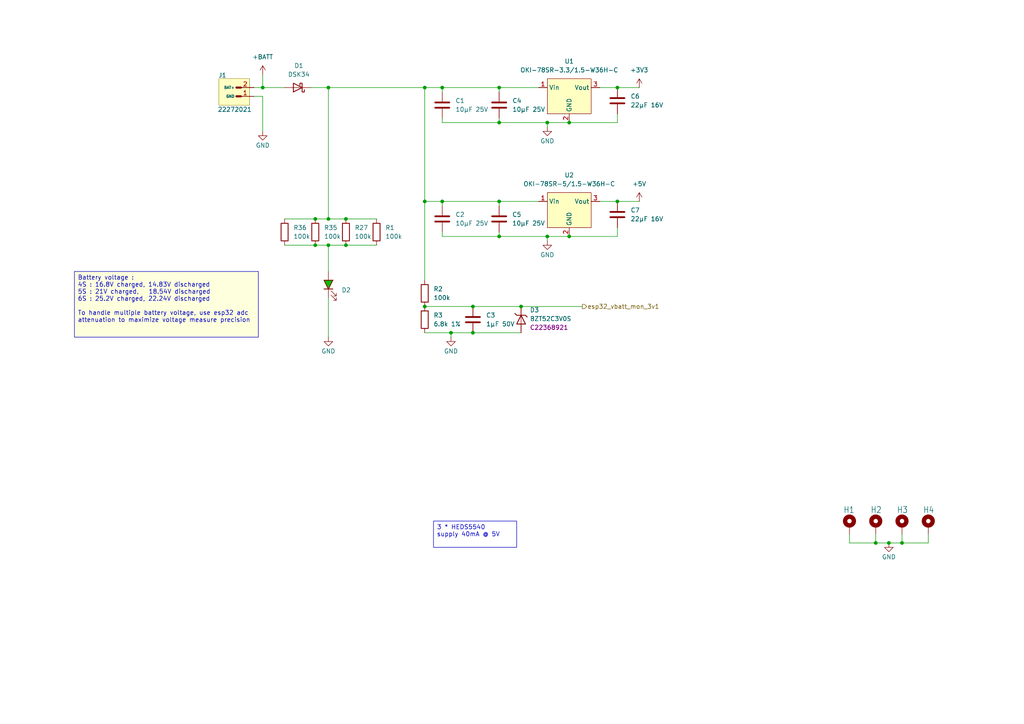
<source format=kicad_sch>
(kicad_sch (version 20231120) (generator "eeschema") (generator_version "8.0")
  (paper "A4")
  (lib_symbols
    (symbol "cocotter_capacitors:C_10µF_25V_0805_X5R" (pin_numbers hide) (pin_names (offset 0.254))
      (property "Reference" "C" (at 0.635 2.54 0))
      (property "Value" "10µF 25V" (at 0.635 -2.54 0))
      (symbol "C_10µF_25V_0805_X5R_0_1"
        (polyline (pts (xy -2.032 -0.762) (xy 2.032 -0.762)) (stroke (width 0.508)))
        (polyline (pts (xy -2.032 0.762) (xy 2.032 0.762)) (stroke (width 0.508)))
      )
      (symbol "C_10µF_25V_0805_X5R_1_1"
        (pin passive line (at 0 3.81 270) (length 2.794) (name "~") (number "1"))
        (pin passive line (at 0 -3.81 90) (length 2.794) (name "~") (number "2"))
      )
    )
    (symbol "cocotter_capacitors:C_1µF_50V_0805" (pin_numbers hide) (pin_names (offset 0.254))
      (property "Reference" "C" (at 0.635 2.54 0))
      (property "Value" "1µF 50V" (at 0.635 -2.54 0))
      (symbol "C_1µF_50V_0805_0_1"
        (polyline (pts (xy -2.032 -0.762) (xy 2.032 -0.762)) (stroke (width 0.508)))
        (polyline (pts (xy -2.032 0.762) (xy 2.032 0.762)) (stroke (width 0.508)))
      )
      (symbol "C_1µF_50V_0805_1_1"
        (pin passive line (at 0 3.81 270) (length 2.794) (name "~") (number "1"))
        (pin passive line (at 0 -3.81 90) (length 2.794) (name "~") (number "2"))
      )
    )
    (symbol "cocotter_capacitors:C_22µF_16V_1206_X5R" (pin_numbers hide) (pin_names (offset 0.254))
      (property "Reference" "C" (at 0.635 2.54 0))
      (property "Value" "22µF 16V" (at 0.635 -2.54 0))
      (symbol "C_22µF_16V_1206_X5R_0_1"
        (polyline (pts (xy -2.032 -0.762) (xy 2.032 -0.762)) (stroke (width 0.508)))
        (polyline (pts (xy -2.032 0.762) (xy 2.032 0.762)) (stroke (width 0.508)))
      )
      (symbol "C_22µF_16V_1206_X5R_1_1"
        (pin passive line (at 0 3.81 270) (length 2.794) (name "~") (number "1"))
        (pin passive line (at 0 -3.81 90) (length 2.794) (name "~") (number "2"))
      )
    )
    (symbol "cocotter_connectors:unioc_pw_in"
      (property "Reference" "J" (at -9.144 3.556 0))
      (property "Value" "22272021" (at -5.588 -6.35 0))
      (symbol "unioc_pw_in_1_0"
        (polyline (pts (xy -5.08 -2.54) (xy -3.81 -2.54)) (stroke (width 0.6096)))
        (polyline (pts (xy -5.08 0) (xy -3.81 0)) (stroke (width 0.6096)))
      )
      (symbol "unioc_pw_in_1_1"
        (rectangle (start -10.16 2.54) (end -1.27 -5.08) (stroke (width 0) (color 149 135 39 1)) (fill (type background)))
        (pin passive line (at 0 -2.54 180) (length 5.08) (name "GND") (number "1"))
        (pin power_out line (at 0 0 180) (length 5.08) (name "BAT+") (number "2"))
      )
    )
    (symbol "cocotter_diodes:BZT52C3V0S" (pin_numbers hide) (pin_names (offset 1.016) hide)
      (property "Reference" "D" (at 0 2.54 0))
      (property "Value" "BZT52C3V0S" (at 0 -2.54 0))
      (property "JLCPCB Part #" "C22368921" (at 0 0 0))
      (symbol "BZT52C3V0S_0_1"
        (polyline (pts (xy 1.27 0) (xy -1.27 0)))
        (polyline (pts (xy 1.27 1.27) (xy 1.27 -1.27) (xy -1.27 0) (xy 1.27 1.27)) (stroke (width 0.254)))
        (polyline (pts (xy -1.27 1.27) (xy -0.762 1.778) (xy -1.27 1.27) (xy -1.27 -1.27) (xy -1.778 -1.778)) (stroke (width 0.254)))
      )
      (symbol "BZT52C3V0S_1_1"
        (pin passive line (at -3.81 0 0) (length 2.54) (name "K") (number "1"))
        (pin passive line (at 3.81 0 180) (length 2.54) (name "A") (number "2"))
      )
    )
    (symbol "cocotter_diodes:DSK34" (pin_numbers hide) (pin_names (offset 1.016) hide)
      (property "Reference" "D" (at 0 2.54 0))
      (property "Value" "DSK34" (at 0 -2.54 0))
      (symbol "DSK34_0_1"
        (polyline (pts (xy 1.27 0) (xy -1.27 0)))
        (polyline (pts (xy 1.27 1.27) (xy 1.27 -1.27) (xy -1.27 0) (xy 1.27 1.27)) (stroke (width 0.254)))
        (polyline (pts (xy -1.905 0.635) (xy -1.905 1.27) (xy -1.27 1.27) (xy -1.27 -1.27) (xy -0.635 -1.27) (xy -0.635 -0.635)) (stroke (width 0.254)))
      )
      (symbol "DSK34_1_1"
        (pin passive line (at -3.81 0 0) (length 2.54) (name "K") (number "1"))
        (pin passive line (at 3.81 0 180) (length 2.54) (name "A") (number "2"))
      )
    )
    (symbol "cocotter_diodes:green_led_0603" (pin_numbers hide) (pin_names (offset 1.016) hide)
      (property "Reference" "D" (at 0 2.54 0))
      (symbol "green_led_0603_0_1"
        (polyline (pts (xy -1.27 -1.27) (xy -1.27 1.27)) (stroke (width 0.254)))
        (polyline (pts (xy -3.048 -0.762) (xy -4.572 -2.286) (xy -3.81 -2.286) (xy -4.572 -2.286) (xy -4.572 -1.524)))
        (polyline (pts (xy -1.778 -0.762) (xy -3.302 -2.286) (xy -2.54 -2.286) (xy -3.302 -2.286) (xy -3.302 -1.524)))
      )
      (symbol "green_led_0603_1_1"
        (polyline (pts (xy 1.27 -1.27) (xy 1.27 1.27) (xy -1.27 0) (xy 1.27 -1.27)) (stroke (width 0.254)) (fill (type color) (color 0 194 0 1)))
        (pin passive line (at 3.81 0 180) (length 2.54) (name "A") (number "A"))
        (pin passive line (at -3.81 0 0) (length 2.54) (name "C") (number "C"))
      )
    )
    (symbol "cocotter_ic:OKI-78SR-3.3/1.5-W36H-C "
      (property "Reference" "U" (at 2.54 3.556 0))
      (property "Value" "OKI-78SR-3.3/1.5-W36H-C " (at 15.24 -8.89 0))
      (symbol "OKI-78SR-3.3/1.5-W36H-C _1_1"
        (rectangle (start -6.35 2.54) (end 6.35 -7.62) (fill (type background)))
        (pin power_in line (at -8.89 0 0) (length 2.54) (name "Vin") (number "1"))
        (pin passive line (at 0 -10.16 90) (length 2.54) (name "GND") (number "2"))
        (pin power_out line (at 8.89 0 180) (length 2.54) (name "Vout") (number "3"))
      )
    )
    (symbol "cocotter_ic:OKI-78SR-5/1.5-W36H-C "
      (property "Reference" "U" (at 2.54 3.556 0))
      (property "Value" "OKI-78SR-5/1.5-W36H-C " (at 14.224 -8.636 0))
      (symbol "OKI-78SR-5/1.5-W36H-C _1_1"
        (rectangle (start -6.35 2.54) (end 6.35 -7.62) (fill (type background)))
        (pin power_in line (at -8.89 0 0) (length 2.54) (name "Vin") (number "1"))
        (pin passive line (at 0 -10.16 90) (length 2.54) (name "GND") (number "2"))
        (pin power_out line (at 8.89 0 180) (length 2.54) (name "Vout") (number "3"))
      )
    )
    (symbol "cocotter_others:MountingHole_Pad_M3" (pin_numbers hide) (pin_names (offset 1.016) hide) (exclude_from_sim yes) (in_bom no)
      (property "Reference" "H" (at 0 6.35 0))
      (property "Value" "MountingHole_Pad_M3" (at 0 4.445 0))
      (symbol "MountingHole_Pad_M3_0_1"
        (circle (center 0 1.27) (radius 1.27) (stroke (width 1.27)))
      )
      (symbol "MountingHole_Pad_M3_1_1"
        (pin input line (at 0 -2.54 90) (length 2.54) (name "1") (number "1"))
      )
    )
    (symbol "cocotter_resistors:R_100k_0603_1%" (pin_numbers hide) (pin_names (offset 0))
      (property "Reference" "R" (at 1.27 1.27 0))
      (property "Value" "100k" (at 3.81 -1.27 0))
      (symbol "R_100k_0603_1%_0_1"
        (rectangle (start -1.016 -2.54) (end 1.016 2.54) (stroke (width 0.254)))
      )
      (symbol "R_100k_0603_1%_1_1"
        (pin passive line (at 0 3.81 270) (length 1.27) (name "~") (number "1"))
        (pin passive line (at 0 -3.81 90) (length 1.27) (name "~") (number "2"))
      )
    )
    (symbol "cocotter_resistors:R_6k8_0603_1%" (pin_numbers hide) (pin_names (offset 0))
      (property "Reference" "R" (at 1.27 1.27 0))
      (property "Value" "6.8k 1%" (at 3.81 -1.27 0))
      (symbol "R_6k8_0603_1%_0_1"
        (rectangle (start -1.016 -2.54) (end 1.016 2.54) (stroke (width 0.254)))
      )
      (symbol "R_6k8_0603_1%_1_1"
        (pin passive line (at 0 3.81 270) (length 1.27) (name "~") (number "1"))
        (pin passive line (at 0 -3.81 90) (length 1.27) (name "~") (number "2"))
      )
    )
    (symbol "pmi_2023_specific:+3V3_m" (power) (pin_numbers hide) (pin_names (offset 0) hide)
      (property "Value" "+3V3_m" (at 0 3.556 0))
      (symbol "+3V3_m_0_1"
        (polyline (pts (xy -0.762 1.27) (xy 0 2.54)))
        (polyline (pts (xy 0 0) (xy 0 2.54)))
        (polyline (pts (xy 0 2.54) (xy 0.762 1.27)))
      )
      (symbol "+3V3_m_1_1"
        (pin power_in line (at 0 0 90) (length 0) (name "~") (number "1"))
      )
    )
    (symbol "power:+5V" (power) (pin_numbers hide) (pin_names (offset 0) hide)
      (property "Value" "+5V" (at 0 3.556 0))
      (symbol "+5V_0_1"
        (polyline (pts (xy -0.762 1.27) (xy 0 2.54)))
        (polyline (pts (xy 0 0) (xy 0 2.54)))
        (polyline (pts (xy 0 2.54) (xy 0.762 1.27)))
      )
      (symbol "+5V_1_1"
        (pin power_in line (at 0 0 90) (length 0) (name "~") (number "1"))
      )
    )
    (symbol "power:+BATT" (power) (pin_numbers hide) (pin_names (offset 0) hide)
      (property "Value" "+BATT" (at 0 3.556 0))
      (symbol "+BATT_0_1"
        (polyline (pts (xy -0.762 1.27) (xy 0 2.54)))
        (polyline (pts (xy 0 0) (xy 0 2.54)))
        (polyline (pts (xy 0 2.54) (xy 0.762 1.27)))
      )
      (symbol "+BATT_1_1"
        (pin power_in line (at 0 0 90) (length 0) (name "~") (number "1"))
      )
    )
    (symbol "power:GND" (power) (pin_numbers hide) (pin_names (offset 0) hide)
      (property "Value" "GND" (at 0 -3.81 0))
      (symbol "GND_0_1"
        (polyline (pts (xy 0 0) (xy 0 -1.27) (xy 1.27 -1.27) (xy 0 -2.54) (xy -1.27 -1.27) (xy 0 -1.27)))
      )
      (symbol "GND_1_1"
        (pin power_in line (at 0 0 270) (length 0) (name "~") (number "1"))
      )
    )
  )
  (junction (at 165.1 68.58))
  (junction (at 123.19 88.9))
  (junction (at 91.44 63.5))
  (junction (at 144.78 25.4))
  (junction (at 95.25 71.12))
  (junction (at 95.25 63.5))
  (junction (at 137.16 88.9))
  (junction (at 100.33 63.5))
  (junction (at 254 157.48))
  (junction (at 128.27 58.42))
  (junction (at 137.16 96.52))
  (junction (at 144.78 58.42))
  (junction (at 144.78 68.58))
  (junction (at 144.78 35.56))
  (junction (at 95.25 25.4))
  (junction (at 123.19 58.42))
  (junction (at 158.75 68.58))
  (junction (at 123.19 25.4))
  (junction (at 158.75 35.56))
  (junction (at 257.81 157.48))
  (junction (at 179.07 58.42))
  (junction (at 261.62 157.48))
  (junction (at 165.1 35.56))
  (junction (at 128.27 25.4))
  (junction (at 130.81 96.52))
  (junction (at 179.07 25.4))
  (junction (at 151.13 88.9))
  (junction (at 91.44 71.12))
  (junction (at 76.2 25.4))
  (junction (at 100.33 71.12))
  (wire (pts (xy 123.19 81.28) (xy 123.19 58.42)))
  (wire (pts (xy 185.42 25.4) (xy 179.07 25.4)))
  (wire (pts (xy 95.25 71.12) (xy 100.33 71.12)))
  (wire (pts (xy 73.66 27.94) (xy 76.2 27.94)))
  (wire (pts (xy 95.25 71.12) (xy 95.25 78.74)))
  (wire (pts (xy 95.25 63.5) (xy 100.33 63.5)))
  (wire (pts (xy 261.62 157.48) (xy 261.62 154.94)) (stroke (width 0.1524)))
  (wire (pts (xy 130.81 96.52) (xy 137.16 96.52)))
  (wire (pts (xy 144.78 68.58) (xy 128.27 68.58)))
  (wire (pts (xy 137.16 88.9) (xy 151.13 88.9)))
  (wire (pts (xy 185.42 58.42) (xy 179.07 58.42)))
  (wire (pts (xy 144.78 25.4) (xy 156.21 25.4)))
  (wire (pts (xy 95.25 86.36) (xy 95.25 97.79)))
  (wire (pts (xy 95.25 25.4) (xy 95.25 63.5)))
  (wire (pts (xy 179.07 35.56) (xy 179.07 33.02)))
  (wire (pts (xy 128.27 59.69) (xy 128.27 58.42)))
  (wire (pts (xy 144.78 58.42) (xy 144.78 59.69)))
  (wire (pts (xy 269.24 157.48) (xy 269.24 154.94)) (stroke (width 0.1524)))
  (wire (pts (xy 179.07 68.58) (xy 179.07 66.04)))
  (wire (pts (xy 254 154.94) (xy 254 157.48)) (stroke (width 0.1524)))
  (wire (pts (xy 123.19 96.52) (xy 130.81 96.52)))
  (wire (pts (xy 82.55 63.5) (xy 91.44 63.5)))
  (wire (pts (xy 165.1 68.58) (xy 179.07 68.58)))
  (wire (pts (xy 156.21 58.42) (xy 144.78 58.42)))
  (wire (pts (xy 158.75 69.85) (xy 158.75 68.58)))
  (wire (pts (xy 76.2 27.94) (xy 76.2 38.1)))
  (wire (pts (xy 95.25 25.4) (xy 123.19 25.4)))
  (wire (pts (xy 261.62 157.48) (xy 269.24 157.48)) (stroke (width 0.1524)))
  (wire (pts (xy 73.66 25.4) (xy 76.2 25.4)))
  (wire (pts (xy 254 157.48) (xy 257.81 157.48)) (stroke (width 0.1524)))
  (wire (pts (xy 137.16 96.52) (xy 151.13 96.52)))
  (wire (pts (xy 246.38 154.94) (xy 246.38 157.48)) (stroke (width 0.1524)))
  (wire (pts (xy 123.19 25.4) (xy 128.27 25.4)))
  (wire (pts (xy 165.1 35.56) (xy 179.07 35.56)))
  (wire (pts (xy 128.27 25.4) (xy 144.78 25.4)))
  (wire (pts (xy 151.13 88.9) (xy 168.91 88.9)))
  (wire (pts (xy 100.33 63.5) (xy 109.22 63.5)))
  (wire (pts (xy 82.55 25.4) (xy 76.2 25.4)))
  (wire (pts (xy 128.27 25.4) (xy 128.27 26.67)))
  (wire (pts (xy 123.19 58.42) (xy 128.27 58.42)))
  (wire (pts (xy 144.78 25.4) (xy 144.78 26.67)))
  (wire (pts (xy 144.78 67.31) (xy 144.78 68.58)))
  (wire (pts (xy 179.07 25.4) (xy 173.99 25.4)))
  (wire (pts (xy 144.78 58.42) (xy 128.27 58.42)))
  (wire (pts (xy 123.19 88.9) (xy 137.16 88.9)))
  (wire (pts (xy 158.75 35.56) (xy 165.1 35.56)))
  (wire (pts (xy 257.81 157.48) (xy 261.62 157.48)) (stroke (width 0.1524)))
  (wire (pts (xy 90.17 25.4) (xy 95.25 25.4)))
  (wire (pts (xy 158.75 36.83) (xy 158.75 35.56)))
  (wire (pts (xy 144.78 35.56) (xy 128.27 35.56)))
  (wire (pts (xy 128.27 68.58) (xy 128.27 67.31)))
  (wire (pts (xy 246.38 157.48) (xy 254 157.48)) (stroke (width 0.1524)))
  (wire (pts (xy 158.75 68.58) (xy 144.78 68.58)))
  (wire (pts (xy 100.33 71.12) (xy 109.22 71.12)))
  (wire (pts (xy 123.19 25.4) (xy 123.19 58.42)))
  (wire (pts (xy 76.2 25.4) (xy 76.2 21.59)))
  (wire (pts (xy 130.81 96.52) (xy 130.81 97.79)))
  (wire (pts (xy 91.44 63.5) (xy 95.25 63.5)))
  (wire (pts (xy 82.55 71.12) (xy 91.44 71.12)))
  (wire (pts (xy 158.75 35.56) (xy 144.78 35.56)))
  (wire (pts (xy 158.75 68.58) (xy 165.1 68.58)))
  (wire (pts (xy 144.78 34.29) (xy 144.78 35.56)))
  (wire (pts (xy 91.44 71.12) (xy 95.25 71.12)))
  (wire (pts (xy 128.27 35.56) (xy 128.27 34.29)))
  (wire (pts (xy 179.07 58.42) (xy 173.99 58.42)))
  (text_box "3 * HEDS5540\nsupply 40mA @ 5V" (at 125.73 151.13 0) (size 24.13 7.62) (effects (font (size 1.27 1.27)) (justify left top)))
  (text_box "Battery voltage : \n4S : 16.8V charged, 14.83V discharged\n5S : 21V charged,   18.54V discharged\n6S : 25.2V charged, 22.24V discharged\n\nTo handle multiple battery voltage, use esp32 adc \nattenuation to maximize voltage measure precision\n\n" (at 21.59 78.74 0) (size 53.34 19.05) (fill (type color) (color 249 255 1 0.14)) (effects (font (size 1.27 1.27)) (justify left top)))
  (hierarchical_label "esp32_vbatt_mon_3v1" (shape output) (at 168.91 88.9 0))
  (symbol (lib_id "cocotter_resistors:R_100k_0603_1%") (at 109.22 67.31 0) (unit 1)
    (property "Reference" "R1" (at 111.76 66.0399 0) (effects (justify left)))
    (property "Value" "100k" (at 111.76 68.5799 0) (effects (justify left)))
    (property "Footprint" "cocotter_resistor:r0603_reflow" (effects (hide yes)))
    (property "Description" "Resistor" (effects (hide yes)))
    (property "Specification" "100k 0603 1% 100mW" (effects (hide yes)))
    (property "mouser" "603-RC0603FR-10100KL" (effects (hide yes)))
    (property "JLCPCB Part #" "C25803" (effects (hide yes)))
  )
  (symbol (lib_id "cocotter_capacitors:C_10µF_25V_0805_X5R") (at 128.27 63.5 0) (unit 1)
    (property "Reference" "C2" (at 132.08 62.2299 0) (effects (justify left)))
    (property "Value" "10µF 25V" (at 132.08 64.7699 0) (effects (justify left)))
    (property "Footprint" "cocotter_capacitors:C_0805_2012Metric" (effects (hide yes)))
    (property "Description" "Unpolarized capacitor" (effects (hide yes)))
    (property "Specification" "10µF 25V X7R 0805 " (effects (hide yes)))
    (property "JLCPCB Part #" "C15850" (effects (hide yes)))
  )
  (symbol (lib_id "power:+BATT") (at 76.2 21.59 0) (unit 1)
    (property "Reference" "#PWR1" (effects (hide yes)))
    (property "Value" "+BATT" (at 76.2 16.51 0))
    (property "Description" "Power symbol creates a global label with name \"+BATT\"" (effects (hide yes)))
  )
  (symbol (lib_id "power:GND") (at 130.81 97.79 0) (unit 1)
    (property "Reference" "#PWR4" (effects (hide yes)))
    (property "Value" "GND" (at 130.81 101.854 0))
    (property "Description" "Power symbol creates a global label with name \"GND\" , ground" (effects (hide yes)))
  )
  (symbol (lib_id "cocotter_capacitors:C_10µF_25V_0805_X5R") (at 128.27 30.48 0) (unit 1)
    (property "Reference" "C1" (at 132.08 29.2099 0) (effects (justify left)))
    (property "Value" "10µF 25V" (at 132.08 31.7499 0) (effects (justify left)))
    (property "Footprint" "cocotter_capacitors:C_0805_2012Metric" (effects (hide yes)))
    (property "Description" "Unpolarized capacitor" (effects (hide yes)))
    (property "Specification" "10µF 25V X7R 0805 " (effects (hide yes)))
    (property "JLCPCB Part #" "C15850" (effects (hide yes)))
  )
  (symbol (lib_id "cocotter_capacitors:C_22µF_16V_1206_X5R") (at 179.07 29.21 0) (unit 1)
    (property "Reference" "C6" (at 182.88 27.9399 0) (effects (justify left)))
    (property "Value" "22µF 16V" (at 182.88 30.4799 0) (effects (justify left)))
    (property "Footprint" "cocotter_capacitors:C_1206_3216Metric" (effects (hide yes)))
    (property "Description" "Unpolarized capacitor" (effects (hide yes)))
    (property "Specification" "10µF 16V X7R 0805 " (effects (hide yes)))
  )
  (symbol (lib_id "cocotter_others:MountingHole_Pad_M3") (at 269.24 152.4 0) (unit 1) (exclude_from_sim yes) (in_bom no)
    (property "Reference" "H4" (at 267.716 148.844 0) (effects (font (size 1.778 1.5113)) (justify left bottom)))
    (property "Value" "MOUNT-PAD-ROUND3.3" (effects (hide yes)))
    (property "Footprint" "cocotter_others:MountingHole_3.2mm_M3_Pad_Via" (effects (hide yes)))
    (property "Description" "Mounting Hole with connection" (effects (hide yes)))
  )
  (symbol (lib_id "cocotter_ic:OKI-78SR-3.3/1.5-W36H-C ") (at 165.1 25.4 0) (unit 1)
    (property "Reference" "U1" (at 165.1 17.78 0))
    (property "Value" "OKI-78SR-3.3/1.5-W36H-C" (at 165.1 20.32 0))
    (property "Footprint" "cocotter_ic:OKI78SR-H" (effects (hide yes)))
    (property "Datasheet" "https://www.murata.com/products/productdata/8807037992990/oki-78sr.pdf?1675222286000" (effects (hide yes)))
    (property "Description" "OKI-78SR Series Non-Isolated Switching Regulator DC-DC, 7-36Vin, 3.3V out, 1.5A out" (effects (hide yes)))
  )
  (symbol (lib_id "power:GND") (at 257.81 157.48 0) (unit 1)
    (property "Reference" "#PWR10" (effects (hide yes)))
    (property "Value" "GND" (at 257.81 161.544 0))
    (property "Description" "Power symbol creates a global label with name \"GND\" , ground" (effects (hide yes)))
  )
  (symbol (lib_id "cocotter_capacitors:C_22µF_16V_1206_X5R") (at 179.07 62.23 0) (unit 1)
    (property "Reference" "C7" (at 182.88 60.9599 0) (effects (justify left)))
    (property "Value" "22µF 16V" (at 182.88 63.4999 0) (effects (justify left)))
    (property "Footprint" "cocotter_capacitors:C_1206_3216Metric" (effects (hide yes)))
    (property "Description" "Unpolarized capacitor" (effects (hide yes)))
    (property "Specification" "10µF 16V X7R 0805 " (effects (hide yes)))
  )
  (symbol (lib_id "power:GND") (at 95.25 97.79 0) (unit 1)
    (property "Reference" "#PWR3" (effects (hide yes)))
    (property "Value" "GND" (at 95.25 101.854 0))
    (property "Description" "Power symbol creates a global label with name \"GND\" , ground" (effects (hide yes)))
  )
  (symbol (lib_id "cocotter_connectors:unioc_pw_in") (at 73.66 25.4 0) (unit 1)
    (property "Reference" "J1" (at 64.516 21.844 0))
    (property "Value" "22272021" (at 68.072 31.75 0))
    (property "Footprint" "cocotter_connectors:22272021" (effects (hide yes)))
    (property "Datasheet" "https://www.molex.com/en-us/products/part-detail/22272021" (effects (hide yes)))
    (property "Description" "mini kk 2 voies vertical" (effects (hide yes)))
  )
  (symbol (lib_id "power:GND") (at 158.75 69.85 0) (unit 1)
    (property "Reference" "#PWR7" (effects (hide yes)))
    (property "Value" "GND" (at 158.75 73.914 0))
    (property "Description" "Power symbol creates a global label with name \"GND\" , ground" (effects (hide yes)))
  )
  (symbol (lib_id "power:+5V") (at 185.42 58.42 0) (unit 1)
    (property "Reference" "#PWR9" (effects (hide yes)))
    (property "Value" "+5V" (at 185.42 53.34 0))
    (property "Description" "Power symbol creates a global label with name \"+5V\"" (effects (hide yes)))
  )
  (symbol (lib_id "cocotter_capacitors:C_1µF_50V_0805") (at 137.16 92.71 0) (unit 1)
    (property "Reference" "C3" (at 140.97 91.4399 0) (effects (justify left)))
    (property "Value" "1µF 50V" (at 140.97 93.9799 0) (effects (justify left)))
    (property "Footprint" "cocotter_capacitors:C_0805_2012Metric" (effects (hide yes)))
    (property "Description" "Unpolarized capacitor X7R" (effects (hide yes)))
    (property "Specification" "1µF 50V X7R 0805 " (effects (hide yes)))
    (property "JLCPCB Part #" "C28323" (effects (hide yes)))
  )
  (symbol (lib_id "cocotter_others:MountingHole_Pad_M3") (at 254 152.4 0) (unit 1) (exclude_from_sim yes) (in_bom no)
    (property "Reference" "H2" (at 252.476 148.844 0) (effects (font (size 1.778 1.5113)) (justify left bottom)))
    (property "Value" "MOUNT-PAD-ROUND3.3" (effects (hide yes)))
    (property "Footprint" "cocotter_others:MountingHole_3.2mm_M3_Pad_Via" (effects (hide yes)))
    (property "Description" "Mounting Hole with connection" (effects (hide yes)))
  )
  (symbol (lib_id "cocotter_resistors:R_100k_0603_1%") (at 91.44 67.31 0) (unit 1)
    (property "Reference" "R35" (at 93.98 66.0399 0) (effects (justify left)))
    (property "Value" "100k" (at 93.98 68.5799 0) (effects (justify left)))
    (property "Footprint" "cocotter_resistor:r0603_reflow" (effects (hide yes)))
    (property "Description" "Resistor" (effects (hide yes)))
    (property "Specification" "100k 0603 1% 100mW" (effects (hide yes)))
    (property "mouser" "603-RC0603FR-10100KL" (effects (hide yes)))
    (property "JLCPCB Part #" "C25803" (effects (hide yes)))
  )
  (symbol (lib_id "cocotter_resistors:R_6k8_0603_1%") (at 123.19 92.71 0) (unit 1)
    (property "Reference" "R3" (at 125.73 91.4399 0) (effects (justify left)))
    (property "Value" "6.8k 1%" (at 125.73 93.9799 0) (effects (justify left)))
    (property "Footprint" "cocotter_resistor:r0603_reflow" (effects (hide yes)))
    (property "Description" "Resistor" (effects (hide yes)))
    (property "Specification" "6.8k 0603 1% 100mW" (effects (hide yes)))
    (property "JLCPCB Part #" "C23212" (effects (hide yes)))
  )
  (symbol (lib_id "cocotter_resistors:R_100k_0603_1%") (at 100.33 67.31 0) (unit 1)
    (property "Reference" "R27" (at 102.87 66.0399 0) (effects (justify left)))
    (property "Value" "100k" (at 102.87 68.5799 0) (effects (justify left)))
    (property "Footprint" "cocotter_resistor:r0603_reflow" (effects (hide yes)))
    (property "Description" "Resistor" (effects (hide yes)))
    (property "Specification" "100k 0603 1% 100mW" (effects (hide yes)))
    (property "mouser" "603-RC0603FR-10100KL" (effects (hide yes)))
    (property "JLCPCB Part #" "C25803" (effects (hide yes)))
  )
  (symbol (lib_id "cocotter_others:MountingHole_Pad_M3") (at 246.38 152.4 0) (unit 1) (exclude_from_sim yes) (in_bom no)
    (property "Reference" "H1" (at 244.602 148.844 0) (effects (font (size 1.778 1.5113)) (justify left bottom)))
    (property "Value" "MOUNT-PAD-ROUND3.3" (effects (hide yes)))
    (property "Footprint" "cocotter_others:MountingHole_3.2mm_M3_Pad_Via" (effects (hide yes)))
    (property "Description" "Mounting Hole with connection" (effects (hide yes)))
  )
  (symbol (lib_id "power:GND") (at 76.2 38.1 0) (unit 1)
    (property "Reference" "#PWR2" (effects (hide yes)))
    (property "Value" "GND" (at 76.2 42.164 0))
    (property "Description" "Power symbol creates a global label with name \"GND\" , ground" (effects (hide yes)))
  )
  (symbol (lib_id "cocotter_diodes:green_led_0603") (at 95.25 82.55 90) (unit 1)
    (property "Reference" "D2" (at 99.06 84.1374 90) (effects (justify right)))
    (property "Value" "green, 0603" (effects (hide yes)))
    (property "Footprint" "cocotter_diodes:LED_0603_1608Metric" (effects (hide yes)))
    (property "Description" "Light emitting diode, Green, Vf=[2V; 2.4V]" (effects (hide yes)))
    (property "DIGIKEY_REF" "3147-B19Y1UYG-20C000313U1930CT-ND" (effects (hide yes)))
    (property "MOUSER_REF" "710-150060VS55040" (effects (hide yes)))
    (property "JLCPCB Part #" "C22371299" (effects (hide yes)))
  )
  (symbol (lib_id "cocotter_ic:OKI-78SR-5/1.5-W36H-C ") (at 165.1 58.42 0) (unit 1)
    (property "Reference" "U2" (at 165.1 50.8 0))
    (property "Value" "OKI-78SR-5/1.5-W36H-C" (at 165.1 53.34 0))
    (property "Footprint" "cocotter_ic:OKI78SR-H" (effects (hide yes)))
    (property "Datasheet" "https://www.murata.com/products/productdata/8807037992990/oki-78sr.pdf?1675222286000" (effects (hide yes)))
    (property "Description" "OKI-78SR Series Non-Isolated Switching Regulator DC-DC, 7-36Vin, 5V out, 1.5A out" (effects (hide yes)))
  )
  (symbol (lib_id "power:GND") (at 158.75 36.83 0) (unit 1)
    (property "Reference" "#PWR6" (effects (hide yes)))
    (property "Value" "GND" (at 158.75 40.894 0))
    (property "Description" "Power symbol creates a global label with name \"GND\" , ground" (effects (hide yes)))
  )
  (symbol (lib_id "cocotter_others:MountingHole_Pad_M3") (at 261.62 152.4 0) (unit 1) (exclude_from_sim yes) (in_bom no)
    (property "Reference" "H3" (at 260.096 148.844 0) (effects (font (size 1.778 1.5113)) (justify left bottom)))
    (property "Value" "MOUNT-PAD-ROUND3.3" (effects (hide yes)))
    (property "Footprint" "cocotter_others:MountingHole_3.2mm_M3_Pad_Via" (effects (hide yes)))
    (property "Description" "Mounting Hole with connection" (effects (hide yes)))
  )
  (symbol (lib_id "cocotter_resistors:R_100k_0603_1%") (at 82.55 67.31 0) (unit 1)
    (property "Reference" "R36" (at 85.09 66.0399 0) (effects (justify left)))
    (property "Value" "100k" (at 85.09 68.5799 0) (effects (justify left)))
    (property "Footprint" "cocotter_resistor:r0603_reflow" (effects (hide yes)))
    (property "Description" "Resistor" (effects (hide yes)))
    (property "Specification" "100k 0603 1% 100mW" (effects (hide yes)))
    (property "mouser" "603-RC0603FR-10100KL" (effects (hide yes)))
    (property "JLCPCB Part #" "C25803" (effects (hide yes)))
  )
  (symbol (lib_id "cocotter_capacitors:C_10µF_25V_0805_X5R") (at 144.78 30.48 0) (unit 1)
    (property "Reference" "C4" (at 148.59 29.2099 0) (effects (justify left)))
    (property "Value" "10µF 25V" (at 148.59 31.7499 0) (effects (justify left)))
    (property "Footprint" "cocotter_capacitors:C_0805_2012Metric" (effects (hide yes)))
    (property "Description" "Unpolarized capacitor" (effects (hide yes)))
    (property "Specification" "10µF 25V X7R 0805 " (effects (hide yes)))
    (property "JLCPCB Part #" "C15850" (effects (hide yes)))
  )
  (symbol (lib_id "pmi_2023_specific:+3V3_m") (at 185.42 25.4 0) (unit 1)
    (property "Reference" "#PWR8" (effects (hide yes)))
    (property "Value" "+3V3" (at 185.42 20.32 0))
    (property "Description" "Power symbol creates a global label with name \"+3V3_m\"" (effects (hide yes)))
  )
  (symbol (lib_id "cocotter_diodes:BZT52C3V0S") (at 151.13 92.71 270) (unit 1)
    (property "Reference" "D3" (at 153.67 89.9159 90) (effects (justify left)))
    (property "Value" "BZT52C3V0S" (at 153.67 92.4559 90) (effects (justify left)))
    (property "Footprint" "cocotter_diodes:SOD-323" (effects (hide yes)))
    (property "Datasheet" "https://jlcpcb.com/api/file/downloadByFileSystemAccessId/8590919236032143360" (effects (hide yes)))
    (property "Description" "40V 600mV@1A 1A SOD-323 Schottky Barrier Diodes, SOD-323" (effects (hide yes)))
    (property "JLCPCB Part #" "C22368921" (at 153.67 94.9959 90) (effects (justify left)))
  )
  (symbol (lib_id "cocotter_diodes:DSK34") (at 86.36 25.4 180) (unit 1)
    (property "Reference" "D1" (at 86.6775 19.05 0))
    (property "Value" "DSK34" (at 86.6775 21.59 0))
    (property "Footprint" "cocotter_diodes:D_SOD-123" (effects (hide yes)))
    (property "Datasheet" "https://lcsc.com/datasheet/lcsc_datasheet_2410122011_TWGMC-DSK34_C727076.pdf" (effects (hide yes)))
    (property "Description" "40V 500mV@3A 3A SOD-123 Schottky Barrier Diodes" (effects (hide yes)))
    (property "JLCPCB Part #" "C727076" (effects (hide yes)))
  )
  (symbol (lib_id "cocotter_capacitors:C_10µF_25V_0805_X5R") (at 144.78 63.5 0) (unit 1)
    (property "Reference" "C5" (at 148.5362 62.2299 0) (effects (justify left)))
    (property "Value" "10µF 25V" (at 148.5362 64.7699 0) (effects (justify left)))
    (property "Footprint" "cocotter_capacitors:C_0805_2012Metric" (effects (hide yes)))
    (property "Description" "Unpolarized capacitor" (effects (hide yes)))
    (property "Specification" "10µF 25V X7R 0805 " (effects (hide yes)))
    (property "JLCPCB Part #" "C15850" (effects (hide yes)))
  )
  (symbol (lib_id "cocotter_resistors:R_100k_0603_1%") (at 123.19 85.09 0) (unit 1)
    (property "Reference" "R2" (at 125.73 83.8199 0) (effects (justify left)))
    (property "Value" "100k" (at 125.73 86.3599 0) (effects (justify left)))
    (property "Footprint" "cocotter_resistor:r0603_reflow" (effects (hide yes)))
    (property "Description" "Resistor" (effects (hide yes)))
    (property "Specification" "100k 0603 1% 100mW" (effects (hide yes)))
    (property "mouser" "603-RC0603FR-10100KL" (effects (hide yes)))
    (property "JLCPCB Part #" "C25803" (effects (hide yes)))
  )
)
</source>
